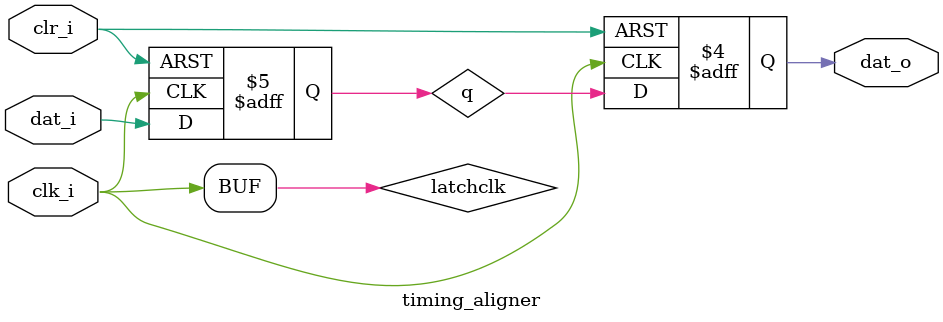
<source format=v>
`timescale 1ps/1ps

module timing_aligner(
	  clk_i
	, dat_i
	, dat_o
	, clr_i
);

//
// Parameters
//
	parameter launchedge = 0;		//Launch Edge selector: negedge(0)/posedge(1)
	parameter latchedge  = 1;		//Latch Edge selector : negedge(0)/posedge(1)
	parameter width = 1;				//Data width: dat_i[width-1:0], dat_o[width-1:0]

//
// I/O Ports
//
	input clk_i;
	input [width-1:0] dat_i;
	output reg [width-1:0] dat_o;
	input clr_i;
	
//
// Internal Wires&Registers
//
	reg [width-1:0] q;
	wire launchclk;
	wire latchclk;

//
// Wire Assign
//	
		assign launchclk = (launchedge) ? clk_i : ~clk_i;
		assign latchclk = (latchedge) ? clk_i : ~clk_i;
		
//
// D-FF
//
	always @ (posedge launchclk or posedge clr_i) begin
		if(clr_i) begin
			q <= 1'b0;
		end
		else begin
			q <= dat_i;
		end
	end
	
	always @ (posedge latchclk or posedge clr_i) begin
		if(clr_i) begin
			dat_o <= 1'b0;
		end
		else begin
			dat_o <= q;
		end
	end
	
endmodule

</source>
